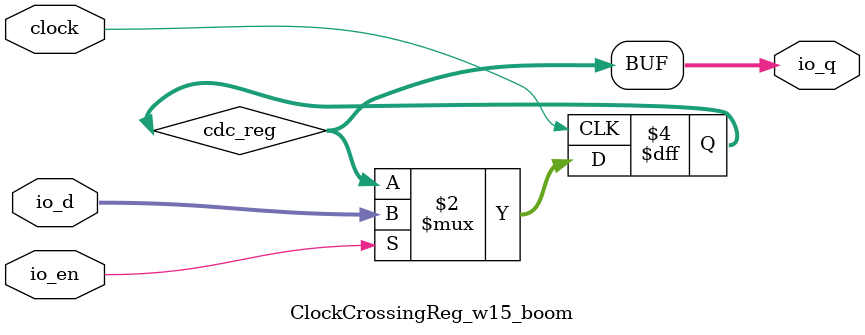
<source format=sv>
`ifndef RANDOMIZE
  `ifdef RANDOMIZE_REG_INIT
    `define RANDOMIZE
  `endif // RANDOMIZE_REG_INIT
`endif // not def RANDOMIZE
`ifndef RANDOMIZE
  `ifdef RANDOMIZE_MEM_INIT
    `define RANDOMIZE
  `endif // RANDOMIZE_MEM_INIT
`endif // not def RANDOMIZE

`ifndef RANDOM
  `define RANDOM $random
`endif // not def RANDOM

// Users can define 'PRINTF_COND' to add an extra gate to prints.
`ifndef PRINTF_COND_
  `ifdef PRINTF_COND
    `define PRINTF_COND_ (`PRINTF_COND)
  `else  // PRINTF_COND
    `define PRINTF_COND_ 1
  `endif // PRINTF_COND
`endif // not def PRINTF_COND_

// Users can define 'ASSERT_VERBOSE_COND' to add an extra gate to assert error printing.
`ifndef ASSERT_VERBOSE_COND_
  `ifdef ASSERT_VERBOSE_COND
    `define ASSERT_VERBOSE_COND_ (`ASSERT_VERBOSE_COND)
  `else  // ASSERT_VERBOSE_COND
    `define ASSERT_VERBOSE_COND_ 1
  `endif // ASSERT_VERBOSE_COND
`endif // not def ASSERT_VERBOSE_COND_

// Users can define 'STOP_COND' to add an extra gate to stop conditions.
`ifndef STOP_COND_
  `ifdef STOP_COND
    `define STOP_COND_ (`STOP_COND)
  `else  // STOP_COND
    `define STOP_COND_ 1
  `endif // STOP_COND
`endif // not def STOP_COND_

// Users can define INIT_RANDOM as general code that gets injected into the
// initializer block for modules with registers.
`ifndef INIT_RANDOM
  `define INIT_RANDOM
`endif // not def INIT_RANDOM

// If using random initialization, you can also define RANDOMIZE_DELAY to
// customize the delay used, otherwise 0.002 is used.
`ifndef RANDOMIZE_DELAY
  `define RANDOMIZE_DELAY 0.002
`endif // not def RANDOMIZE_DELAY

// Define INIT_RANDOM_PROLOG_ for use in our modules below.
`ifndef INIT_RANDOM_PROLOG_
  `ifdef RANDOMIZE
    `ifdef VERILATOR
      `define INIT_RANDOM_PROLOG_ `INIT_RANDOM
    `else  // VERILATOR
      `define INIT_RANDOM_PROLOG_ `INIT_RANDOM #`RANDOMIZE_DELAY begin end
    `endif // VERILATOR
  `else  // RANDOMIZE
    `define INIT_RANDOM_PROLOG_
  `endif // RANDOMIZE
`endif // not def INIT_RANDOM_PROLOG_

module ClockCrossingReg_w15_boom(
  input         clock,
  input  [14:0] io_d,
  input         io_en,
  output [14:0] io_q
);

  reg [14:0] cdc_reg;	// @[Reg.scala:19:16]
  always @(posedge clock) begin
    if (io_en)
      cdc_reg <= io_d;	// @[Reg.scala:19:16]
  end // always @(posedge)
  `ifndef SYNTHESIS
    `ifdef FIRRTL_BEFORE_INITIAL
      `FIRRTL_BEFORE_INITIAL
    `endif // FIRRTL_BEFORE_INITIAL
    logic [31:0] _RANDOM_0;
    initial begin
      `ifdef INIT_RANDOM_PROLOG_
        `INIT_RANDOM_PROLOG_
      `endif // INIT_RANDOM_PROLOG_
      `ifdef RANDOMIZE_REG_INIT
        _RANDOM_0 = `RANDOM;
        cdc_reg = _RANDOM_0[14:0];	// @[Reg.scala:19:16]
      `endif // RANDOMIZE_REG_INIT
    end // initial
    `ifdef FIRRTL_AFTER_INITIAL
      `FIRRTL_AFTER_INITIAL
    `endif // FIRRTL_AFTER_INITIAL
  `endif // not def SYNTHESIS
  assign io_q = cdc_reg;	// @[Reg.scala:19:16]
endmodule


</source>
